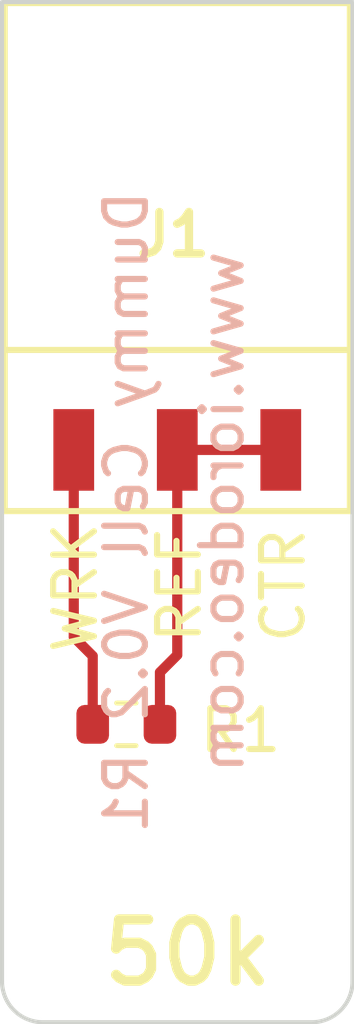
<source format=kicad_pcb>
(kicad_pcb (version 20171130) (host pcbnew 5.1.7-a382d34a8~87~ubuntu18.04.1)

  (general
    (thickness 1.6)
    (drawings 12)
    (tracks 7)
    (zones 0)
    (modules 2)
    (nets 3)
  )

  (page A4)
  (layers
    (0 F.Cu signal)
    (31 B.Cu signal)
    (32 B.Adhes user)
    (33 F.Adhes user)
    (34 B.Paste user)
    (35 F.Paste user)
    (36 B.SilkS user)
    (37 F.SilkS user)
    (38 B.Mask user)
    (39 F.Mask user)
    (40 Dwgs.User user)
    (41 Cmts.User user)
    (42 Eco1.User user)
    (43 Eco2.User user)
    (44 Edge.Cuts user)
    (45 Margin user)
    (46 B.CrtYd user)
    (47 F.CrtYd user)
    (48 B.Fab user)
    (49 F.Fab user)
  )

  (setup
    (last_trace_width 0.25)
    (trace_clearance 0.2)
    (zone_clearance 0.508)
    (zone_45_only no)
    (trace_min 0.2)
    (via_size 0.8)
    (via_drill 0.4)
    (via_min_size 0.4)
    (via_min_drill 0.3)
    (uvia_size 0.3)
    (uvia_drill 0.1)
    (uvias_allowed no)
    (uvia_min_size 0.2)
    (uvia_min_drill 0.1)
    (edge_width 0.05)
    (segment_width 0.2)
    (pcb_text_width 0.3)
    (pcb_text_size 1.5 1.5)
    (mod_edge_width 0.12)
    (mod_text_size 1 1)
    (mod_text_width 0.15)
    (pad_size 1.524 1.524)
    (pad_drill 0.762)
    (pad_to_mask_clearance 0)
    (aux_axis_origin 0 0)
    (visible_elements FFFFFF7F)
    (pcbplotparams
      (layerselection 0x010fc_ffffffff)
      (usegerberextensions false)
      (usegerberattributes true)
      (usegerberadvancedattributes true)
      (creategerberjobfile true)
      (excludeedgelayer true)
      (linewidth 0.100000)
      (plotframeref false)
      (viasonmask false)
      (mode 1)
      (useauxorigin false)
      (hpglpennumber 1)
      (hpglpenspeed 20)
      (hpglpendiameter 15.000000)
      (psnegative false)
      (psa4output false)
      (plotreference true)
      (plotvalue true)
      (plotinvisibletext false)
      (padsonsilk false)
      (subtractmaskfromsilk false)
      (outputformat 1)
      (mirror false)
      (drillshape 0)
      (scaleselection 1)
      (outputdirectory "gerber/"))
  )

  (net 0 "")
  (net 1 /WRK)
  (net 2 /CTR)

  (net_class Default "This is the default net class."
    (clearance 0.2)
    (trace_width 0.25)
    (via_dia 0.8)
    (via_drill 0.4)
    (uvia_dia 0.3)
    (uvia_drill 0.1)
    (add_net /CTR)
    (add_net /WRK)
  )

  (module GCT_BG300:BG300_03 (layer F.Cu) (tedit 62ED5BC5) (tstamp 62ED5E02)
    (at 55 56.25)
    (path /62D5B0CA)
    (fp_text reference J1 (at -0.1 -0.55) (layer F.SilkS)
      (effects (font (size 1.016 1.016) (thickness 0.2032)))
    )
    (fp_text value Conn_01x03 (at -5.25 0.075 90) (layer F.Fab) hide
      (effects (font (size 1 1) (thickness 0.15)))
    )
    (fp_line (start -4.235 2.275) (end 4.235 2.275) (layer F.SilkS) (width 0.15))
    (fp_line (start -4.235 -6.225) (end 4.235 -6.225) (layer F.SilkS) (width 0.15))
    (fp_line (start -4.235 6.225) (end 4.235 6.225) (layer F.SilkS) (width 0.15))
    (fp_line (start 4.235 -6.225) (end 4.235 6.225) (layer F.SilkS) (width 0.15))
    (fp_line (start -4.235 -6.225) (end -4.235 6.225) (layer F.SilkS) (width 0.15))
    (pad 1 smd rect (at -2.54 4.725) (size 1 2) (layers F.Cu F.Paste F.Mask)
      (net 1 /WRK))
    (pad 2 smd rect (at 0 4.725) (size 1 2) (layers F.Cu F.Paste F.Mask)
      (net 2 /CTR))
    (pad 3 smd rect (at 2.54 4.725) (size 1 2) (layers F.Cu F.Paste F.Mask)
      (net 2 /CTR))
  )

  (module Resistor_SMD:R_0603_1608Metric (layer F.Cu) (tedit 5F68FEEE) (tstamp 62ED5E13)
    (at 53.75 67.7)
    (descr "Resistor SMD 0603 (1608 Metric), square (rectangular) end terminal, IPC_7351 nominal, (Body size source: IPC-SM-782 page 72, https://www.pcb-3d.com/wordpress/wp-content/uploads/ipc-sm-782a_amendment_1_and_2.pdf), generated with kicad-footprint-generator")
    (tags resistor)
    (path /62D5B80A)
    (attr smd)
    (fp_text reference R1 (at 2.8 0.15) (layer F.SilkS)
      (effects (font (size 1 1) (thickness 0.15)))
    )
    (fp_text value 50k (at 0 1.43) (layer F.Fab)
      (effects (font (size 1 1) (thickness 0.15)))
    )
    (fp_line (start 1.48 0.73) (end -1.48 0.73) (layer F.CrtYd) (width 0.05))
    (fp_line (start 1.48 -0.73) (end 1.48 0.73) (layer F.CrtYd) (width 0.05))
    (fp_line (start -1.48 -0.73) (end 1.48 -0.73) (layer F.CrtYd) (width 0.05))
    (fp_line (start -1.48 0.73) (end -1.48 -0.73) (layer F.CrtYd) (width 0.05))
    (fp_line (start -0.237258 0.5225) (end 0.237258 0.5225) (layer F.SilkS) (width 0.12))
    (fp_line (start -0.237258 -0.5225) (end 0.237258 -0.5225) (layer F.SilkS) (width 0.12))
    (fp_line (start 0.8 0.4125) (end -0.8 0.4125) (layer F.Fab) (width 0.1))
    (fp_line (start 0.8 -0.4125) (end 0.8 0.4125) (layer F.Fab) (width 0.1))
    (fp_line (start -0.8 -0.4125) (end 0.8 -0.4125) (layer F.Fab) (width 0.1))
    (fp_line (start -0.8 0.4125) (end -0.8 -0.4125) (layer F.Fab) (width 0.1))
    (fp_text user %R (at 0 0) (layer F.Fab)
      (effects (font (size 0.4 0.4) (thickness 0.06)))
    )
    (pad 1 smd roundrect (at -0.825 0) (size 0.8 0.95) (layers F.Cu F.Paste F.Mask) (roundrect_rratio 0.25)
      (net 1 /WRK))
    (pad 2 smd roundrect (at 0.825 0) (size 0.8 0.95) (layers F.Cu F.Paste F.Mask) (roundrect_rratio 0.25)
      (net 2 /CTR))
    (model ${KISYS3DMOD}/Resistor_SMD.3dshapes/R_0603_1608Metric.wrl
      (at (xyz 0 0 0))
      (scale (xyz 1 1 1))
      (rotate (xyz 0 0 0))
    )
  )

  (gr_arc (start 58.3 74) (end 58.3 75) (angle -90) (layer Edge.Cuts) (width 0.1))
  (gr_arc (start 51.7 74) (end 50.7 74) (angle -90) (layer Edge.Cuts) (width 0.1))
  (gr_text 50k (at 55.25 73.3) (layer F.SilkS)
    (effects (font (size 1.5 1.5) (thickness 0.25)))
  )
  (gr_text CTR (at 57.6 64.3 90) (layer F.SilkS)
    (effects (font (size 1 1) (thickness 0.15)))
  )
  (gr_text REF (at 55.05 64.3 90) (layer F.SilkS)
    (effects (font (size 1 1) (thickness 0.15)))
  )
  (gr_text WRK (at 52.5 64.35 90) (layer F.SilkS)
    (effects (font (size 1 1) (thickness 0.15)))
  )
  (gr_text www.iorodeo.com (at 56.1 62.5 90) (layer B.SilkS)
    (effects (font (size 1 1) (thickness 0.15)) (justify mirror))
  )
  (gr_text "Dummy Cell V0.2 R1" (at 53.75 62.5 90) (layer B.SilkS)
    (effects (font (size 1 1) (thickness 0.15)) (justify mirror))
  )
  (gr_line (start 58.3 75) (end 51.7 75) (layer Edge.Cuts) (width 0.1))
  (gr_line (start 59.3 50) (end 59.3 74) (layer Edge.Cuts) (width 0.1))
  (gr_line (start 50.7 50) (end 59.3 50) (layer Edge.Cuts) (width 0.1))
  (gr_line (start 50.7 50) (end 50.7 74) (layer Edge.Cuts) (width 0.1))

  (segment (start 52.46 60.975) (end 52.46 65.56) (width 0.25) (layer F.Cu) (net 1))
  (segment (start 52.925 66.025) (end 52.925 67.7) (width 0.25) (layer F.Cu) (net 1))
  (segment (start 52.46 65.56) (end 52.925 66.025) (width 0.25) (layer F.Cu) (net 1))
  (segment (start 54.575 67.7) (end 54.575 66.425) (width 0.25) (layer F.Cu) (net 2))
  (segment (start 55 66) (end 55 60.975) (width 0.25) (layer F.Cu) (net 2))
  (segment (start 54.575 66.425) (end 55 66) (width 0.25) (layer F.Cu) (net 2))
  (segment (start 55 60.975) (end 57.54 60.975) (width 0.25) (layer F.Cu) (net 2))

)

</source>
